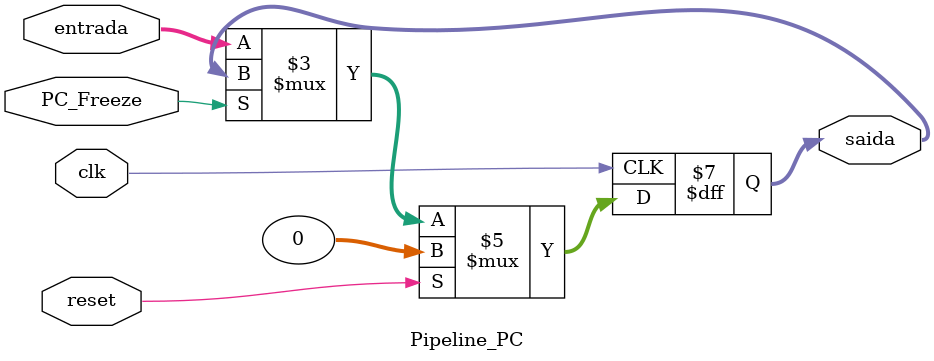
<source format=v>
module Pipeline_PC (entrada,saida,clk,reset,PC_Freeze);
  input[31:0]entrada;
  input clk,reset,PC_Freeze;
  output reg[31:0] saida;

  always @ (posedge clk) begin //or reset
    if(reset)begin
      saida <= 32'b0;
    end
    else begin
      saida = (PC_Freeze == 0) ? entrada : saida;
    end
  end

endmodule //Pipeline_PC

</source>
